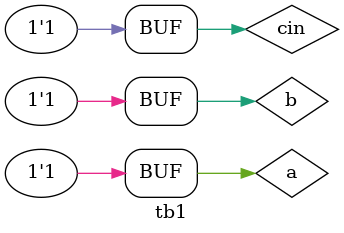
<source format=v>
`timescale 1ns / 1ps


module tb1;
    reg a,b,cin;
    wire sum,cout;
    initial
    begin
        $monitor("simtime=%g,a=%b,b=%b,cin=%b,sum=%b,cout=%b",$time,a,b,cin,sum,cout);
    end
    Fadder full_adder(.a(a),.b(b),.ci(cin),.s(sum),.co(cout));
    initial
    begin
        #10 a=1'b0; b=1'b0; cin=1'b0;
        #10 a=1'b0; b=1'b0; cin=1'b1;
        #10 a=1'b0; b=1'b1; cin=1'b0;
        #10 a=1'b0; b=1'b1; cin=1'b1;
        #10 a=1'b1; b=1'b0; cin=1'b0;
        #10 a=1'b1; b=1'b0; cin=1'b1;
        #10 a=1'b1; b=1'b1; cin=1'b0;
        #10 a=1'b1; b=1'b1; cin=1'b1;
    end
endmodule





</source>
